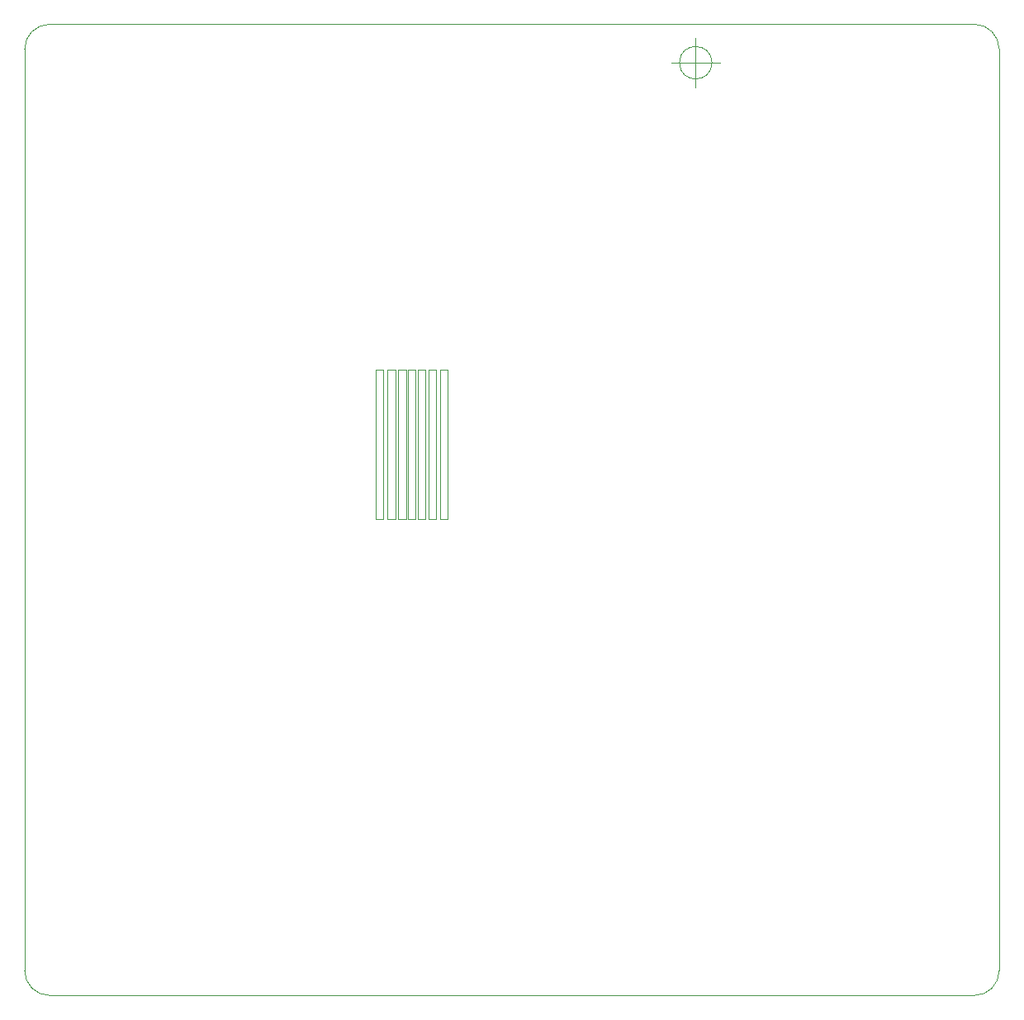
<source format=gm1>
G04 #@! TF.GenerationSoftware,KiCad,Pcbnew,(6.0.10)*
G04 #@! TF.CreationDate,2023-02-12T23:23:39+01:00*
G04 #@! TF.ProjectId,hamodule,68616d6f-6475-46c6-952e-6b696361645f,20220918.20*
G04 #@! TF.SameCoordinates,Original*
G04 #@! TF.FileFunction,Profile,NP*
%FSLAX46Y46*%
G04 Gerber Fmt 4.6, Leading zero omitted, Abs format (unit mm)*
G04 Created by KiCad (PCBNEW (6.0.10)) date 2023-02-12 23:23:39*
%MOMM*%
%LPD*%
G01*
G04 APERTURE LIST*
G04 #@! TA.AperFunction,Profile*
%ADD10C,0.050000*%
G04 #@! TD*
G04 APERTURE END LIST*
D10*
X117312000Y-122443000D02*
G75*
G03*
X119852000Y-119903000I0J2540000D01*
G01*
X119852000Y-119903000D02*
X119852000Y-25348000D01*
X117312000Y-122443000D02*
X22471000Y-122443000D01*
X117312000Y-22808000D02*
X22471000Y-22808000D01*
X19931000Y-119884949D02*
X19931000Y-25348000D01*
X19931000Y-119884949D02*
G75*
G03*
X22471000Y-122443000I2558115J0D01*
G01*
X119852000Y-25348000D02*
G75*
G03*
X117312000Y-22808000I-2540000J0D01*
G01*
X60231000Y-58248000D02*
X61031000Y-58248000D01*
X61031000Y-58248000D02*
X61031000Y-73548000D01*
X61031000Y-73548000D02*
X60231000Y-73548000D01*
X60231000Y-73548000D02*
X60231000Y-58248000D01*
X57131000Y-58248000D02*
X57931000Y-58248000D01*
X57931000Y-58248000D02*
X57931000Y-73548000D01*
X57931000Y-73548000D02*
X57131000Y-73548000D01*
X57131000Y-73548000D02*
X57131000Y-58248000D01*
X61331000Y-58248000D02*
X62131000Y-58248000D01*
X62131000Y-58248000D02*
X62131000Y-73548000D01*
X62131000Y-73548000D02*
X61331000Y-73548000D01*
X61331000Y-73548000D02*
X61331000Y-58248000D01*
X62531000Y-58248000D02*
X63331000Y-58248000D01*
X63331000Y-58248000D02*
X63331000Y-73548000D01*
X63331000Y-73548000D02*
X62531000Y-73548000D01*
X62531000Y-73548000D02*
X62531000Y-58248000D01*
X22471000Y-22808000D02*
G75*
G03*
X19931000Y-25348000I0J-2540000D01*
G01*
X55931000Y-58248000D02*
X56731000Y-58248000D01*
X56731000Y-58248000D02*
X56731000Y-73548000D01*
X56731000Y-73548000D02*
X55931000Y-73548000D01*
X55931000Y-73548000D02*
X55931000Y-58248000D01*
X59231000Y-58248000D02*
X60031000Y-58248000D01*
X60031000Y-58248000D02*
X60031000Y-73548000D01*
X60031000Y-73548000D02*
X59231000Y-73548000D01*
X59231000Y-73548000D02*
X59231000Y-58248000D01*
X58231000Y-58248000D02*
X59031000Y-58248000D01*
X59031000Y-58248000D02*
X59031000Y-73548000D01*
X59031000Y-73548000D02*
X58231000Y-73548000D01*
X58231000Y-73548000D02*
X58231000Y-58248000D01*
X90397666Y-26748000D02*
G75*
G03*
X90397666Y-26748000I-1666666J0D01*
G01*
X86231000Y-26748000D02*
X91231000Y-26748000D01*
X88731000Y-24248000D02*
X88731000Y-29248000D01*
M02*

</source>
